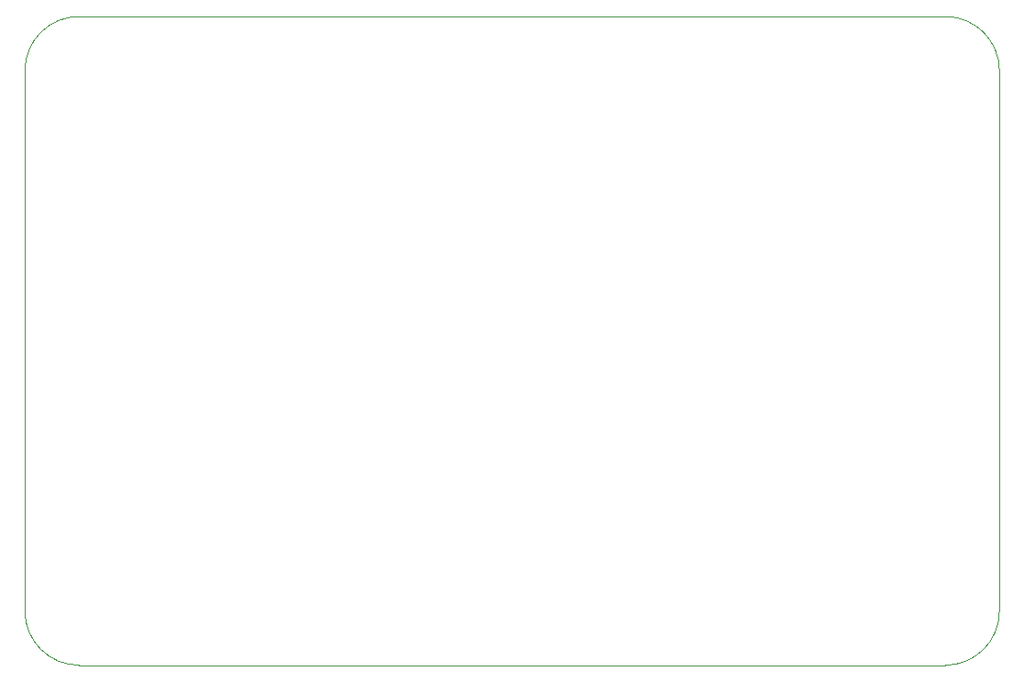
<source format=gbr>
%TF.GenerationSoftware,KiCad,Pcbnew,8.0.1*%
%TF.CreationDate,2024-04-29T16:23:36+02:00*%
%TF.ProjectId,CC_Load,43435f4c-6f61-4642-9e6b-696361645f70,rev?*%
%TF.SameCoordinates,Original*%
%TF.FileFunction,Profile,NP*%
%FSLAX46Y46*%
G04 Gerber Fmt 4.6, Leading zero omitted, Abs format (unit mm)*
G04 Created by KiCad (PCBNEW 8.0.1) date 2024-04-29 16:23:36*
%MOMM*%
%LPD*%
G01*
G04 APERTURE LIST*
%TA.AperFunction,Profile*%
%ADD10C,0.100000*%
%TD*%
G04 APERTURE END LIST*
D10*
X175000000Y-60000000D02*
G75*
G02*
X180000000Y-65000000I0J-5000000D01*
G01*
X180000000Y-65000000D02*
X180000000Y-115000000D01*
X95000000Y-60000000D02*
X175000000Y-60000000D01*
X90000000Y-65000000D02*
G75*
G02*
X95000000Y-60000000I5000000J0D01*
G01*
X175000000Y-120000000D02*
X95000000Y-120000000D01*
X95000000Y-120000000D02*
G75*
G02*
X90000000Y-115000000I0J5000000D01*
G01*
X180000000Y-115000000D02*
G75*
G02*
X175000000Y-120000000I-5000000J0D01*
G01*
X90000000Y-115000000D02*
X90000000Y-65000000D01*
M02*

</source>
